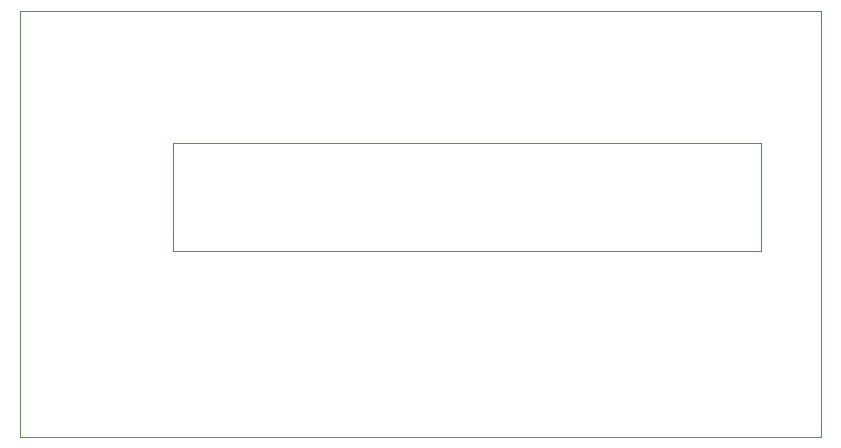
<source format=gbr>
%TF.GenerationSoftware,KiCad,Pcbnew,(5.1.10)-1*%
%TF.CreationDate,2021-07-20T23:53:59+08:00*%
%TF.ProjectId,2.5_SAS_Backend,322e355f-5341-4535-9f42-61636b656e64,rev?*%
%TF.SameCoordinates,Original*%
%TF.FileFunction,Profile,NP*%
%FSLAX46Y46*%
G04 Gerber Fmt 4.6, Leading zero omitted, Abs format (unit mm)*
G04 Created by KiCad (PCBNEW (5.1.10)-1) date 2021-07-20 23:53:59*
%MOMM*%
%LPD*%
G01*
G04 APERTURE LIST*
%TA.AperFunction,Profile*%
%ADD10C,0.050000*%
%TD*%
G04 APERTURE END LIST*
D10*
X94488000Y-51562000D02*
X94488000Y-42418000D01*
X94488000Y-42418000D02*
X44704000Y-42418000D01*
X44704000Y-51562000D02*
X94488000Y-51562000D01*
X44704000Y-42418000D02*
X44704000Y-51562000D01*
X44704000Y-42418000D02*
X44704000Y-42418000D01*
X99568000Y-67310000D02*
X99568000Y-31242000D01*
X99568000Y-31242000D02*
X31750000Y-31242000D01*
X31750000Y-67310000D02*
X99568000Y-67310000D01*
X31750000Y-31242000D02*
X31750000Y-67310000D01*
M02*

</source>
